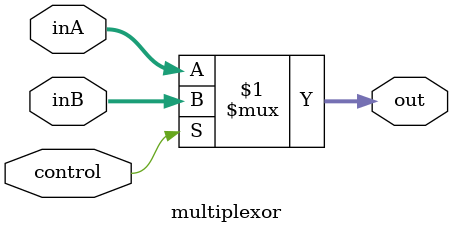
<source format=v>
`timescale 1ns / 1ps


module multiplexor(
    input control,
    input [31:0] inA,
    input [31:0] inB,
    output wire [31:0] out

    );
    
   assign out = (control) ? inB: inA;
    
endmodule

</source>
